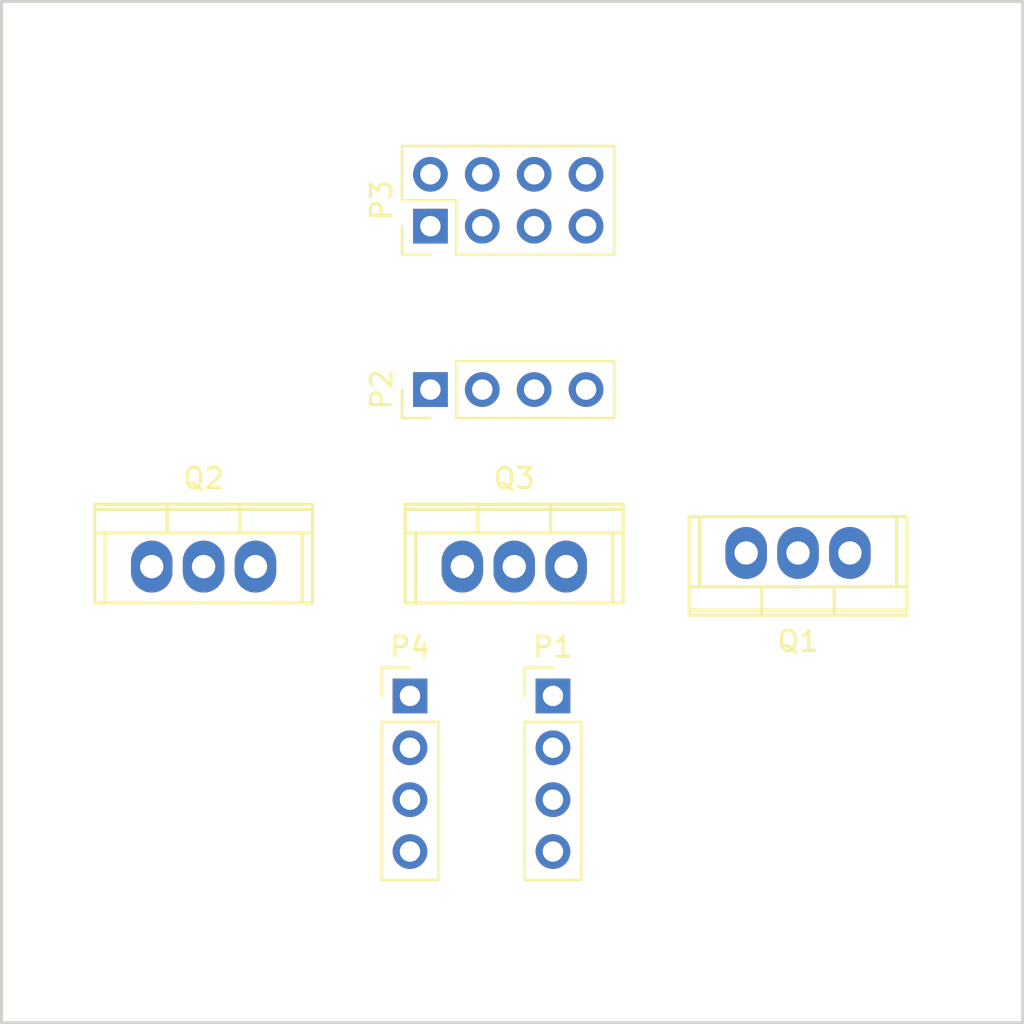
<source format=kicad_pcb>
(kicad_pcb (version 4) (host pcbnew 4.0.5-e0-6337~49~ubuntu16.04.1)

  (general
    (links 21)
    (no_connects 21)
    (area 120.974999 84.204999 171.125001 134.355001)
    (thickness 1.6)
    (drawings 4)
    (tracks 0)
    (zones 0)
    (modules 7)
    (nets 9)
  )

  (page A4)
  (layers
    (0 F.Cu signal)
    (31 B.Cu signal)
    (32 B.Adhes user)
    (33 F.Adhes user)
    (34 B.Paste user)
    (35 F.Paste user)
    (36 B.SilkS user)
    (37 F.SilkS user)
    (38 B.Mask user)
    (39 F.Mask user)
    (40 Dwgs.User user)
    (41 Cmts.User user)
    (42 Eco1.User user)
    (43 Eco2.User user)
    (44 Edge.Cuts user)
    (45 Margin user)
    (46 B.CrtYd user)
    (47 F.CrtYd user)
    (48 B.Fab user)
    (49 F.Fab user)
  )

  (setup
    (last_trace_width 0.25)
    (trace_clearance 0.2)
    (zone_clearance 0.508)
    (zone_45_only no)
    (trace_min 0.2)
    (segment_width 0.2)
    (edge_width 0.15)
    (via_size 0.6)
    (via_drill 0.4)
    (via_min_size 0.4)
    (via_min_drill 0.3)
    (uvia_size 0.3)
    (uvia_drill 0.1)
    (uvias_allowed no)
    (uvia_min_size 0.2)
    (uvia_min_drill 0.1)
    (pcb_text_width 0.3)
    (pcb_text_size 1.5 1.5)
    (mod_edge_width 0.15)
    (mod_text_size 1 1)
    (mod_text_width 0.15)
    (pad_size 1.524 1.524)
    (pad_drill 0.762)
    (pad_to_mask_clearance 0.2)
    (aux_axis_origin 140.05 106.28)
    (grid_origin 146.05 81.28)
    (visible_elements FFFFFF7F)
    (pcbplotparams
      (layerselection 0x00030_80000001)
      (usegerberextensions false)
      (excludeedgelayer true)
      (linewidth 0.100000)
      (plotframeref false)
      (viasonmask false)
      (mode 1)
      (useauxorigin false)
      (hpglpennumber 1)
      (hpglpenspeed 20)
      (hpglpendiameter 15)
      (hpglpenoverlay 2)
      (psnegative false)
      (psa4output false)
      (plotreference true)
      (plotvalue true)
      (plotinvisibletext false)
      (padsonsilk false)
      (subtractmaskfromsilk false)
      (outputformat 1)
      (mirror false)
      (drillshape 1)
      (scaleselection 1)
      (outputdirectory ""))
  )

  (net 0 "")
  (net 1 GND)
  (net 2 /BStrip)
  (net 3 /GStrip)
  (net 4 /RStrip)
  (net 5 /RedPin)
  (net 6 /GreenPin)
  (net 7 /BluePin)
  (net 8 +12V)

  (net_class Default "This is the default net class."
    (clearance 0.2)
    (trace_width 0.25)
    (via_dia 0.6)
    (via_drill 0.4)
    (uvia_dia 0.3)
    (uvia_drill 0.1)
    (add_net +12V)
    (add_net /BStrip)
    (add_net /BluePin)
    (add_net /GStrip)
    (add_net /GreenPin)
    (add_net /RStrip)
    (add_net /RedPin)
    (add_net GND)
  )

  (module Pin_Headers:Pin_Header_Straight_1x04_Pitch2.54mm (layer F.Cu) (tedit 5862ED52) (tstamp 589E2ACF)
    (at 148.05 118.28)
    (descr "Through hole straight pin header, 1x04, 2.54mm pitch, single row")
    (tags "Through hole pin header THT 1x04 2.54mm single row")
    (path /589E2697)
    (fp_text reference P1 (at 0 -2.39) (layer F.SilkS)
      (effects (font (size 1 1) (thickness 0.15)))
    )
    (fp_text value "Controlled Arm" (at 0 10.01) (layer F.Fab)
      (effects (font (size 1 1) (thickness 0.15)))
    )
    (fp_line (start -1.27 -1.27) (end -1.27 8.89) (layer F.Fab) (width 0.1))
    (fp_line (start -1.27 8.89) (end 1.27 8.89) (layer F.Fab) (width 0.1))
    (fp_line (start 1.27 8.89) (end 1.27 -1.27) (layer F.Fab) (width 0.1))
    (fp_line (start 1.27 -1.27) (end -1.27 -1.27) (layer F.Fab) (width 0.1))
    (fp_line (start -1.39 1.27) (end -1.39 9.01) (layer F.SilkS) (width 0.12))
    (fp_line (start -1.39 9.01) (end 1.39 9.01) (layer F.SilkS) (width 0.12))
    (fp_line (start 1.39 9.01) (end 1.39 1.27) (layer F.SilkS) (width 0.12))
    (fp_line (start 1.39 1.27) (end -1.39 1.27) (layer F.SilkS) (width 0.12))
    (fp_line (start -1.39 0) (end -1.39 -1.39) (layer F.SilkS) (width 0.12))
    (fp_line (start -1.39 -1.39) (end 0 -1.39) (layer F.SilkS) (width 0.12))
    (fp_line (start -1.6 -1.6) (end -1.6 9.2) (layer F.CrtYd) (width 0.05))
    (fp_line (start -1.6 9.2) (end 1.6 9.2) (layer F.CrtYd) (width 0.05))
    (fp_line (start 1.6 9.2) (end 1.6 -1.6) (layer F.CrtYd) (width 0.05))
    (fp_line (start 1.6 -1.6) (end -1.6 -1.6) (layer F.CrtYd) (width 0.05))
    (pad 1 thru_hole rect (at 0 0) (size 1.7 1.7) (drill 1) (layers *.Cu *.Mask)
      (net 1 GND))
    (pad 2 thru_hole oval (at 0 2.54) (size 1.7 1.7) (drill 1) (layers *.Cu *.Mask)
      (net 2 /BStrip))
    (pad 3 thru_hole oval (at 0 5.08) (size 1.7 1.7) (drill 1) (layers *.Cu *.Mask)
      (net 3 /GStrip))
    (pad 4 thru_hole oval (at 0 7.62) (size 1.7 1.7) (drill 1) (layers *.Cu *.Mask)
      (net 4 /RStrip))
    (model Pin_Headers.3dshapes/Pin_Header_Straight_1x04_Pitch2.54mm.wrl
      (at (xyz 0 -0.15 0))
      (scale (xyz 1 1 1))
      (rotate (xyz 0 0 90))
    )
  )

  (module Pin_Headers:Pin_Header_Straight_1x04_Pitch2.54mm (layer F.Cu) (tedit 5862ED52) (tstamp 589E2AD7)
    (at 142.05 103.28 90)
    (descr "Through hole straight pin header, 1x04, 2.54mm pitch, single row")
    (tags "Through hole pin header THT 1x04 2.54mm single row")
    (path /589E1F99)
    (fp_text reference P2 (at 0 -2.39 90) (layer F.SilkS)
      (effects (font (size 1 1) (thickness 0.15)))
    )
    (fp_text value LogicPins (at 0 10.01 90) (layer F.Fab)
      (effects (font (size 1 1) (thickness 0.15)))
    )
    (fp_line (start -1.27 -1.27) (end -1.27 8.89) (layer F.Fab) (width 0.1))
    (fp_line (start -1.27 8.89) (end 1.27 8.89) (layer F.Fab) (width 0.1))
    (fp_line (start 1.27 8.89) (end 1.27 -1.27) (layer F.Fab) (width 0.1))
    (fp_line (start 1.27 -1.27) (end -1.27 -1.27) (layer F.Fab) (width 0.1))
    (fp_line (start -1.39 1.27) (end -1.39 9.01) (layer F.SilkS) (width 0.12))
    (fp_line (start -1.39 9.01) (end 1.39 9.01) (layer F.SilkS) (width 0.12))
    (fp_line (start 1.39 9.01) (end 1.39 1.27) (layer F.SilkS) (width 0.12))
    (fp_line (start 1.39 1.27) (end -1.39 1.27) (layer F.SilkS) (width 0.12))
    (fp_line (start -1.39 0) (end -1.39 -1.39) (layer F.SilkS) (width 0.12))
    (fp_line (start -1.39 -1.39) (end 0 -1.39) (layer F.SilkS) (width 0.12))
    (fp_line (start -1.6 -1.6) (end -1.6 9.2) (layer F.CrtYd) (width 0.05))
    (fp_line (start -1.6 9.2) (end 1.6 9.2) (layer F.CrtYd) (width 0.05))
    (fp_line (start 1.6 9.2) (end 1.6 -1.6) (layer F.CrtYd) (width 0.05))
    (fp_line (start 1.6 -1.6) (end -1.6 -1.6) (layer F.CrtYd) (width 0.05))
    (pad 1 thru_hole rect (at 0 0 90) (size 1.7 1.7) (drill 1) (layers *.Cu *.Mask)
      (net 5 /RedPin))
    (pad 2 thru_hole oval (at 0 2.54 90) (size 1.7 1.7) (drill 1) (layers *.Cu *.Mask)
      (net 6 /GreenPin))
    (pad 3 thru_hole oval (at 0 5.08 90) (size 1.7 1.7) (drill 1) (layers *.Cu *.Mask)
      (net 7 /BluePin))
    (pad 4 thru_hole oval (at 0 7.62 90) (size 1.7 1.7) (drill 1) (layers *.Cu *.Mask)
      (net 1 GND))
    (model Pin_Headers.3dshapes/Pin_Header_Straight_1x04_Pitch2.54mm.wrl
      (at (xyz 0 -0.15 0))
      (scale (xyz 1 1 1))
      (rotate (xyz 0 0 90))
    )
  )

  (module Pin_Headers:Pin_Header_Straight_2x04_Pitch2.54mm (layer F.Cu) (tedit 5862ED53) (tstamp 589E2AE3)
    (at 142.05 95.28 90)
    (descr "Through hole straight pin header, 2x04, 2.54mm pitch, double rows")
    (tags "Through hole pin header THT 2x04 2.54mm double row")
    (path /589E2C82)
    (fp_text reference P3 (at 1.27 -2.39 90) (layer F.SilkS)
      (effects (font (size 1 1) (thickness 0.15)))
    )
    (fp_text value CONN_02X04 (at 1.27 10.01 90) (layer F.Fab)
      (effects (font (size 1 1) (thickness 0.15)))
    )
    (fp_line (start -1.27 -1.27) (end -1.27 8.89) (layer F.Fab) (width 0.1))
    (fp_line (start -1.27 8.89) (end 3.81 8.89) (layer F.Fab) (width 0.1))
    (fp_line (start 3.81 8.89) (end 3.81 -1.27) (layer F.Fab) (width 0.1))
    (fp_line (start 3.81 -1.27) (end -1.27 -1.27) (layer F.Fab) (width 0.1))
    (fp_line (start -1.39 1.27) (end -1.39 9.01) (layer F.SilkS) (width 0.12))
    (fp_line (start -1.39 9.01) (end 3.93 9.01) (layer F.SilkS) (width 0.12))
    (fp_line (start 3.93 9.01) (end 3.93 -1.39) (layer F.SilkS) (width 0.12))
    (fp_line (start 3.93 -1.39) (end 1.27 -1.39) (layer F.SilkS) (width 0.12))
    (fp_line (start 1.27 -1.39) (end 1.27 1.27) (layer F.SilkS) (width 0.12))
    (fp_line (start 1.27 1.27) (end -1.39 1.27) (layer F.SilkS) (width 0.12))
    (fp_line (start -1.39 0) (end -1.39 -1.39) (layer F.SilkS) (width 0.12))
    (fp_line (start -1.39 -1.39) (end 0 -1.39) (layer F.SilkS) (width 0.12))
    (fp_line (start -1.6 -1.6) (end -1.6 9.2) (layer F.CrtYd) (width 0.05))
    (fp_line (start -1.6 9.2) (end 4.1 9.2) (layer F.CrtYd) (width 0.05))
    (fp_line (start 4.1 9.2) (end 4.1 -1.6) (layer F.CrtYd) (width 0.05))
    (fp_line (start 4.1 -1.6) (end -1.6 -1.6) (layer F.CrtYd) (width 0.05))
    (pad 1 thru_hole rect (at 0 0 90) (size 1.7 1.7) (drill 1) (layers *.Cu *.Mask)
      (net 8 +12V))
    (pad 2 thru_hole oval (at 2.54 0 90) (size 1.7 1.7) (drill 1) (layers *.Cu *.Mask)
      (net 1 GND))
    (pad 3 thru_hole oval (at 0 2.54 90) (size 1.7 1.7) (drill 1) (layers *.Cu *.Mask)
      (net 8 +12V))
    (pad 4 thru_hole oval (at 2.54 2.54 90) (size 1.7 1.7) (drill 1) (layers *.Cu *.Mask)
      (net 1 GND))
    (pad 5 thru_hole oval (at 0 5.08 90) (size 1.7 1.7) (drill 1) (layers *.Cu *.Mask)
      (net 8 +12V))
    (pad 6 thru_hole oval (at 2.54 5.08 90) (size 1.7 1.7) (drill 1) (layers *.Cu *.Mask)
      (net 1 GND))
    (pad 7 thru_hole oval (at 0 7.62 90) (size 1.7 1.7) (drill 1) (layers *.Cu *.Mask)
      (net 8 +12V))
    (pad 8 thru_hole oval (at 2.54 7.62 90) (size 1.7 1.7) (drill 1) (layers *.Cu *.Mask)
      (net 1 GND))
    (model Pin_Headers.3dshapes/Pin_Header_Straight_2x04_Pitch2.54mm.wrl
      (at (xyz 0.05 -0.15 0))
      (scale (xyz 1 1 1))
      (rotate (xyz 0 0 90))
    )
  )

  (module Pin_Headers:Pin_Header_Straight_1x04_Pitch2.54mm (layer F.Cu) (tedit 5862ED52) (tstamp 589E2AEB)
    (at 141.05 118.28)
    (descr "Through hole straight pin header, 1x04, 2.54mm pitch, single row")
    (tags "Through hole pin header THT 1x04 2.54mm single row")
    (path /589E250F)
    (fp_text reference P4 (at 0 -2.39) (layer F.SilkS)
      (effects (font (size 1 1) (thickness 0.15)))
    )
    (fp_text value "Controlled Arm" (at 0 10.01) (layer F.Fab)
      (effects (font (size 1 1) (thickness 0.15)))
    )
    (fp_line (start -1.27 -1.27) (end -1.27 8.89) (layer F.Fab) (width 0.1))
    (fp_line (start -1.27 8.89) (end 1.27 8.89) (layer F.Fab) (width 0.1))
    (fp_line (start 1.27 8.89) (end 1.27 -1.27) (layer F.Fab) (width 0.1))
    (fp_line (start 1.27 -1.27) (end -1.27 -1.27) (layer F.Fab) (width 0.1))
    (fp_line (start -1.39 1.27) (end -1.39 9.01) (layer F.SilkS) (width 0.12))
    (fp_line (start -1.39 9.01) (end 1.39 9.01) (layer F.SilkS) (width 0.12))
    (fp_line (start 1.39 9.01) (end 1.39 1.27) (layer F.SilkS) (width 0.12))
    (fp_line (start 1.39 1.27) (end -1.39 1.27) (layer F.SilkS) (width 0.12))
    (fp_line (start -1.39 0) (end -1.39 -1.39) (layer F.SilkS) (width 0.12))
    (fp_line (start -1.39 -1.39) (end 0 -1.39) (layer F.SilkS) (width 0.12))
    (fp_line (start -1.6 -1.6) (end -1.6 9.2) (layer F.CrtYd) (width 0.05))
    (fp_line (start -1.6 9.2) (end 1.6 9.2) (layer F.CrtYd) (width 0.05))
    (fp_line (start 1.6 9.2) (end 1.6 -1.6) (layer F.CrtYd) (width 0.05))
    (fp_line (start 1.6 -1.6) (end -1.6 -1.6) (layer F.CrtYd) (width 0.05))
    (pad 1 thru_hole rect (at 0 0) (size 1.7 1.7) (drill 1) (layers *.Cu *.Mask)
      (net 1 GND))
    (pad 2 thru_hole oval (at 0 2.54) (size 1.7 1.7) (drill 1) (layers *.Cu *.Mask)
      (net 2 /BStrip))
    (pad 3 thru_hole oval (at 0 5.08) (size 1.7 1.7) (drill 1) (layers *.Cu *.Mask)
      (net 3 /GStrip))
    (pad 4 thru_hole oval (at 0 7.62) (size 1.7 1.7) (drill 1) (layers *.Cu *.Mask)
      (net 4 /RStrip))
    (model Pin_Headers.3dshapes/Pin_Header_Straight_1x04_Pitch2.54mm.wrl
      (at (xyz 0 -0.15 0))
      (scale (xyz 1 1 1))
      (rotate (xyz 0 0 90))
    )
  )

  (module Power_Integrations:TO-220 (layer F.Cu) (tedit 0) (tstamp 589E2AF2)
    (at 160.05 111.28 180)
    (descr "Non Isolated JEDEC TO-220 Package")
    (tags "Power Integration YN Package")
    (path /589E1D3A)
    (fp_text reference Q1 (at 0 -4.318 180) (layer F.SilkS)
      (effects (font (size 1 1) (thickness 0.15)))
    )
    (fp_text value IRF540N (at 0 -4.318 180) (layer F.Fab)
      (effects (font (size 1 1) (thickness 0.15)))
    )
    (fp_line (start 4.826 -1.651) (end 4.826 1.778) (layer F.SilkS) (width 0.15))
    (fp_line (start -4.826 -1.651) (end -4.826 1.778) (layer F.SilkS) (width 0.15))
    (fp_line (start 5.334 -2.794) (end -5.334 -2.794) (layer F.SilkS) (width 0.15))
    (fp_line (start 1.778 -1.778) (end 1.778 -3.048) (layer F.SilkS) (width 0.15))
    (fp_line (start -1.778 -1.778) (end -1.778 -3.048) (layer F.SilkS) (width 0.15))
    (fp_line (start -5.334 -1.651) (end 5.334 -1.651) (layer F.SilkS) (width 0.15))
    (fp_line (start 5.334 1.778) (end -5.334 1.778) (layer F.SilkS) (width 0.15))
    (fp_line (start -5.334 -3.048) (end -5.334 1.778) (layer F.SilkS) (width 0.15))
    (fp_line (start 5.334 -3.048) (end 5.334 1.778) (layer F.SilkS) (width 0.15))
    (fp_line (start 5.334 -3.048) (end -5.334 -3.048) (layer F.SilkS) (width 0.15))
    (pad 2 thru_hole oval (at 0 0 180) (size 2.032 2.54) (drill 1.143) (layers *.Cu *.Mask)
      (net 4 /RStrip))
    (pad 3 thru_hole oval (at 2.54 0 180) (size 2.032 2.54) (drill 1.143) (layers *.Cu *.Mask)
      (net 1 GND))
    (pad 1 thru_hole oval (at -2.54 0 180) (size 2.032 2.54) (drill 1.143) (layers *.Cu *.Mask)
      (net 5 /RedPin))
  )

  (module Power_Integrations:TO-220 (layer F.Cu) (tedit 0) (tstamp 589E2AF9)
    (at 130.944002 111.947999)
    (descr "Non Isolated JEDEC TO-220 Package")
    (tags "Power Integration YN Package")
    (path /589E1D8B)
    (fp_text reference Q2 (at 0 -4.318) (layer F.SilkS)
      (effects (font (size 1 1) (thickness 0.15)))
    )
    (fp_text value IRF540N (at 0 -4.318) (layer F.Fab)
      (effects (font (size 1 1) (thickness 0.15)))
    )
    (fp_line (start 4.826 -1.651) (end 4.826 1.778) (layer F.SilkS) (width 0.15))
    (fp_line (start -4.826 -1.651) (end -4.826 1.778) (layer F.SilkS) (width 0.15))
    (fp_line (start 5.334 -2.794) (end -5.334 -2.794) (layer F.SilkS) (width 0.15))
    (fp_line (start 1.778 -1.778) (end 1.778 -3.048) (layer F.SilkS) (width 0.15))
    (fp_line (start -1.778 -1.778) (end -1.778 -3.048) (layer F.SilkS) (width 0.15))
    (fp_line (start -5.334 -1.651) (end 5.334 -1.651) (layer F.SilkS) (width 0.15))
    (fp_line (start 5.334 1.778) (end -5.334 1.778) (layer F.SilkS) (width 0.15))
    (fp_line (start -5.334 -3.048) (end -5.334 1.778) (layer F.SilkS) (width 0.15))
    (fp_line (start 5.334 -3.048) (end 5.334 1.778) (layer F.SilkS) (width 0.15))
    (fp_line (start 5.334 -3.048) (end -5.334 -3.048) (layer F.SilkS) (width 0.15))
    (pad 2 thru_hole oval (at 0 0) (size 2.032 2.54) (drill 1.143) (layers *.Cu *.Mask)
      (net 3 /GStrip))
    (pad 3 thru_hole oval (at 2.54 0) (size 2.032 2.54) (drill 1.143) (layers *.Cu *.Mask)
      (net 1 GND))
    (pad 1 thru_hole oval (at -2.54 0) (size 2.032 2.54) (drill 1.143) (layers *.Cu *.Mask)
      (net 6 /GreenPin))
  )

  (module Power_Integrations:TO-220 (layer F.Cu) (tedit 0) (tstamp 589E2B00)
    (at 146.154002 111.947999)
    (descr "Non Isolated JEDEC TO-220 Package")
    (tags "Power Integration YN Package")
    (path /589E1E1C)
    (fp_text reference Q3 (at 0 -4.318) (layer F.SilkS)
      (effects (font (size 1 1) (thickness 0.15)))
    )
    (fp_text value IRF540N (at 0 -4.318) (layer F.Fab)
      (effects (font (size 1 1) (thickness 0.15)))
    )
    (fp_line (start 4.826 -1.651) (end 4.826 1.778) (layer F.SilkS) (width 0.15))
    (fp_line (start -4.826 -1.651) (end -4.826 1.778) (layer F.SilkS) (width 0.15))
    (fp_line (start 5.334 -2.794) (end -5.334 -2.794) (layer F.SilkS) (width 0.15))
    (fp_line (start 1.778 -1.778) (end 1.778 -3.048) (layer F.SilkS) (width 0.15))
    (fp_line (start -1.778 -1.778) (end -1.778 -3.048) (layer F.SilkS) (width 0.15))
    (fp_line (start -5.334 -1.651) (end 5.334 -1.651) (layer F.SilkS) (width 0.15))
    (fp_line (start 5.334 1.778) (end -5.334 1.778) (layer F.SilkS) (width 0.15))
    (fp_line (start -5.334 -3.048) (end -5.334 1.778) (layer F.SilkS) (width 0.15))
    (fp_line (start 5.334 -3.048) (end 5.334 1.778) (layer F.SilkS) (width 0.15))
    (fp_line (start 5.334 -3.048) (end -5.334 -3.048) (layer F.SilkS) (width 0.15))
    (pad 2 thru_hole oval (at 0 0) (size 2.032 2.54) (drill 1.143) (layers *.Cu *.Mask)
      (net 2 /BStrip))
    (pad 3 thru_hole oval (at 2.54 0) (size 2.032 2.54) (drill 1.143) (layers *.Cu *.Mask)
      (net 1 GND))
    (pad 1 thru_hole oval (at -2.54 0) (size 2.032 2.54) (drill 1.143) (layers *.Cu *.Mask)
      (net 7 /BluePin))
  )

  (gr_line (start 121.05 134.28) (end 121.05 84.28) (angle 90) (layer Edge.Cuts) (width 0.15))
  (gr_line (start 171.05 134.28) (end 121.05 134.28) (angle 90) (layer Edge.Cuts) (width 0.15))
  (gr_line (start 171.05 84.28) (end 171.05 134.28) (angle 90) (layer Edge.Cuts) (width 0.15))
  (gr_line (start 121.05 84.28) (end 171.05 84.28) (angle 90) (layer Edge.Cuts) (width 0.15))

)

</source>
